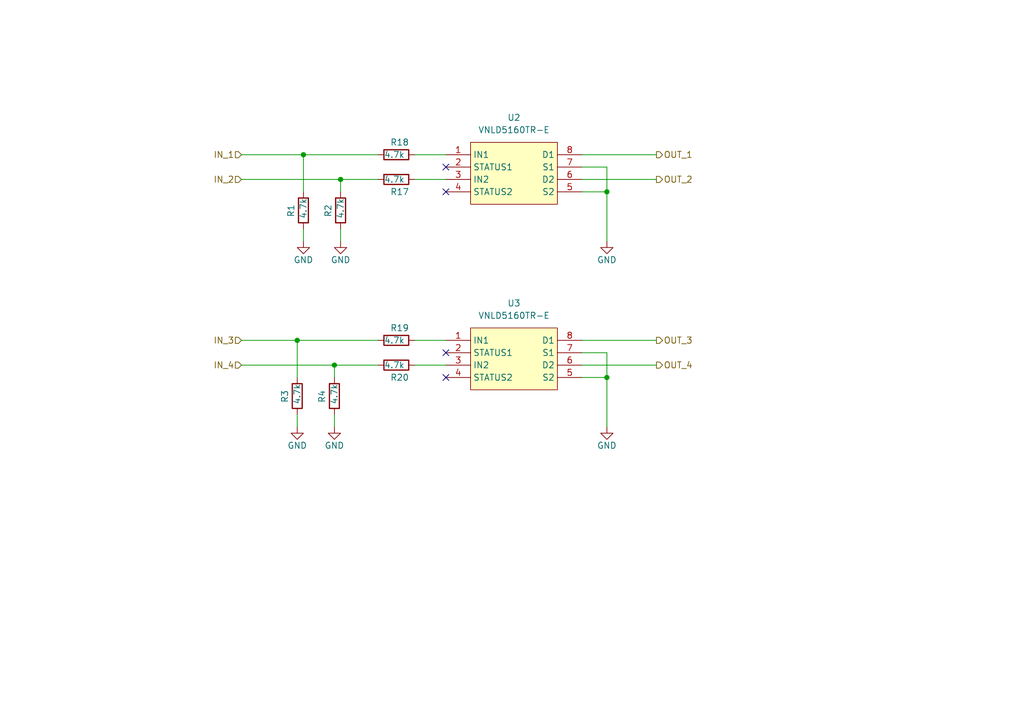
<source format=kicad_sch>
(kicad_sch (version 20230121) (generator eeschema)
  (paper "A5")
  (lib_symbols
    (symbol "Device:R" (pin_numbers hide) (pin_names (offset 0))
      (property "Reference" "R" (at 2.032 0 90))
      (property "Value" "R" (at 0 0 90))
      (symbol "R_0_1"
        (rectangle (start -1.016 -2.54) (end 1.016 2.54) (stroke (width 0.254)))
      )
      (symbol "R_1_1"
        (pin passive line (at 0 3.81 270) (length 1.27) (name "~") (number "1"))
        (pin passive line (at 0 -3.81 90) (length 1.27) (name "~") (number "2"))
      )
    )
    (symbol "chips:VNLD5160"
      (property "Reference" "U" (at 6.35 3.81 0))
      (property "Value" "VNLD5160TR-E" (at 12.7 -11.43 0))
      (symbol "VNLD5160_1_1"
        (rectangle (start 5.08 2.54) (end 22.86 -10.16) (fill (type background)))
        (pin input line (at 0 0 0) (length 5.08) (name "IN1") (number "1"))
        (pin open_collector line (at 0 -2.54 0) (length 5.08) (name "STATUS1") (number "2"))
        (pin input line (at 0 -5.08 0) (length 5.08) (name "IN2") (number "3"))
        (pin open_collector line (at 0 -7.62 0) (length 5.08) (name "STATUS2") (number "4"))
        (pin power_in line (at 27.94 -7.62 180) (length 5.08) (name "S2") (number "5"))
        (pin power_out line (at 27.94 -5.08 180) (length 5.08) (name "D2") (number "6"))
        (pin power_in line (at 27.94 -2.54 180) (length 5.08) (name "S1") (number "7"))
        (pin power_out line (at 27.94 0 180) (length 5.08) (name "D1") (number "8"))
      )
    )
    (symbol "power:GND" (power) (pin_names (offset 0))
      (property "Value" "GND" (at 0 -3.81 0))
      (symbol "GND_0_1"
        (polyline (pts (xy 0 0) (xy 0 -1.27) (xy 1.27 -1.27) (xy 0 -2.54) (xy -1.27 -1.27) (xy 0 -1.27)))
      )
      (symbol "GND_1_1"
        (pin power_in line (at 0 0 270) (length 0) hide (name "GND") (number "1"))
      )
    )
  )
  (junction (at 60.96 69.85))
  (junction (at 124.46 77.47))
  (junction (at 124.46 39.37))
  (junction (at 68.58 74.93))
  (junction (at 62.23 31.75))
  (junction (at 69.85 36.83))
  (no_connect (at 91.44 72.39))
  (no_connect (at 91.44 39.37))
  (no_connect (at 91.44 77.47))
  (no_connect (at 91.44 34.29))
  (wire (pts (xy 60.96 85.09) (xy 60.96 87.63)))
  (wire (pts (xy 119.38 36.83) (xy 134.62 36.83)))
  (wire (pts (xy 69.85 36.83) (xy 69.85 39.37)))
  (wire (pts (xy 119.38 69.85) (xy 134.62 69.85)))
  (wire (pts (xy 85.09 74.93) (xy 91.44 74.93)))
  (wire (pts (xy 60.96 69.85) (xy 77.47 69.85)))
  (wire (pts (xy 119.38 74.93) (xy 134.62 74.93)))
  (wire (pts (xy 85.09 36.83) (xy 91.44 36.83)))
  (wire (pts (xy 119.38 72.39) (xy 124.46 72.39)))
  (wire (pts (xy 119.38 77.47) (xy 124.46 77.47)))
  (wire (pts (xy 69.85 46.99) (xy 69.85 49.53)))
  (wire (pts (xy 62.23 31.75) (xy 77.47 31.75)))
  (wire (pts (xy 68.58 74.93) (xy 77.47 74.93)))
  (wire (pts (xy 62.23 31.75) (xy 62.23 39.37)))
  (wire (pts (xy 124.46 39.37) (xy 124.46 49.53)))
  (wire (pts (xy 62.23 46.99) (xy 62.23 49.53)))
  (wire (pts (xy 124.46 72.39) (xy 124.46 77.47)))
  (wire (pts (xy 60.96 69.85) (xy 60.96 77.47)))
  (wire (pts (xy 49.53 36.83) (xy 69.85 36.83)))
  (wire (pts (xy 119.38 31.75) (xy 134.62 31.75)))
  (wire (pts (xy 119.38 34.29) (xy 124.46 34.29)))
  (wire (pts (xy 124.46 34.29) (xy 124.46 39.37)))
  (wire (pts (xy 85.09 69.85) (xy 91.44 69.85)))
  (wire (pts (xy 85.09 31.75) (xy 91.44 31.75)))
  (wire (pts (xy 119.38 39.37) (xy 124.46 39.37)))
  (wire (pts (xy 68.58 74.93) (xy 68.58 77.47)))
  (wire (pts (xy 49.53 69.85) (xy 60.96 69.85)))
  (wire (pts (xy 68.58 85.09) (xy 68.58 87.63)))
  (wire (pts (xy 69.85 36.83) (xy 77.47 36.83)))
  (wire (pts (xy 49.53 31.75) (xy 62.23 31.75)))
  (wire (pts (xy 124.46 77.47) (xy 124.46 87.63)))
  (wire (pts (xy 49.53 74.93) (xy 68.58 74.93)))
  (hierarchical_label "OUT_2" (shape output) (at 134.62 36.83 0))
  (hierarchical_label "OUT_1" (shape output) (at 134.62 31.75 0))
  (hierarchical_label "OUT_3" (shape output) (at 134.62 69.85 0))
  (hierarchical_label "IN_2" (shape input) (at 49.53 36.83 180))
  (hierarchical_label "IN_3" (shape input) (at 49.53 69.85 180))
  (hierarchical_label "IN_1" (shape input) (at 49.53 31.75 180))
  (hierarchical_label "OUT_4" (shape output) (at 134.62 74.93 0))
  (hierarchical_label "IN_4" (shape input) (at 49.53 74.93 180))
  (symbol (lib_id "Device:R") (at 62.23 43.18 180) (unit 1)
    (property "Reference" "R1" (at 59.69 41.91 90) (effects (justify left)))
    (property "Value" "4.7k" (at 62.23 40.64 90) (effects (justify left)))
    (property "Footprint" "Hellen:R0603" (effects hide))
    (property "LCSC" "C23162" (effects hide))
  )
  (symbol (lib_id "power:GND") (at 68.58 87.63 0) (unit 1)
    (property "Reference" "#PWR05" (effects hide))
    (property "Value" "GND" (at 68.58 91.44 0))
  )
  (symbol (lib_id "chips:VNLD5160") (at 91.44 69.85 0) (unit 1)
    (property "Reference" "U3" (at 105.41 62.23 0))
    (property "Value" "VNLD5160TR-E" (at 105.41 64.77 0))
    (property "Footprint" "Package_SO:SOIC-8_3.9x4.9mm_P1.27mm" (effects hide))
    (property "LCSC" "C377942" (effects hide))
  )
  (symbol (lib_id "power:GND") (at 124.46 87.63 0) (unit 1)
    (property "Reference" "#PWR06" (effects hide))
    (property "Value" "GND" (at 124.46 91.44 0))
  )
  (symbol (lib_id "Device:R") (at 81.28 31.75 270) (unit 1)
    (property "Reference" "R18" (at 80.01 29.21 90) (effects (justify left)))
    (property "Value" "4.7k" (at 78.74 31.75 90) (effects (justify left)))
    (property "Footprint" "Hellen:R0603" (effects hide))
    (property "LCSC" "C23162" (effects hide))
  )
  (symbol (lib_id "Device:R") (at 81.28 69.85 270) (unit 1)
    (property "Reference" "R19" (at 80.01 67.31 90) (effects (justify left)))
    (property "Value" "4.7k" (at 78.74 69.85 90) (effects (justify left)))
    (property "Footprint" "Hellen:R0603" (effects hide))
    (property "LCSC" "C23162" (effects hide))
  )
  (symbol (lib_id "power:GND") (at 124.46 49.53 0) (unit 1)
    (property "Reference" "#PWR03" (effects hide))
    (property "Value" "GND" (at 124.46 53.34 0))
  )
  (symbol (lib_id "Device:R") (at 81.28 36.83 270) (unit 1)
    (property "Reference" "R17" (at 80.01 39.37 90) (effects (justify left)))
    (property "Value" "4.7k" (at 78.74 36.83 90) (effects (justify left)))
    (property "Footprint" "Hellen:R0603" (effects hide))
    (property "LCSC" "C23162" (effects hide))
  )
  (symbol (lib_id "Device:R") (at 69.85 43.18 180) (unit 1)
    (property "Reference" "R2" (at 67.31 41.91 90) (effects (justify left)))
    (property "Value" "4.7k" (at 69.85 40.64 90) (effects (justify left)))
    (property "Footprint" "Hellen:R0603" (effects hide))
    (property "LCSC" "C23162" (effects hide))
  )
  (symbol (lib_id "Device:R") (at 81.28 74.93 270) (unit 1)
    (property "Reference" "R20" (at 80.01 77.47 90) (effects (justify left)))
    (property "Value" "4.7k" (at 78.74 74.93 90) (effects (justify left)))
    (property "Footprint" "Hellen:R0603" (effects hide))
    (property "LCSC" "C23162" (effects hide))
  )
  (symbol (lib_id "chips:VNLD5160") (at 91.44 31.75 0) (unit 1)
    (property "Reference" "U2" (at 105.41 24.13 0))
    (property "Value" "VNLD5160TR-E" (at 105.41 26.67 0))
    (property "Footprint" "Package_SO:SOIC-8_3.9x4.9mm_P1.27mm" (effects hide))
    (property "LCSC" "C377942" (effects hide))
  )
  (symbol (lib_id "Device:R") (at 68.58 81.28 180) (unit 1)
    (property "Reference" "R4" (at 66.04 80.01 90) (effects (justify left)))
    (property "Value" "4.7k" (at 68.58 78.74 90) (effects (justify left)))
    (property "Footprint" "Hellen:R0603" (effects hide))
    (property "LCSC" "C23162" (effects hide))
  )
  (symbol (lib_id "power:GND") (at 60.96 87.63 0) (unit 1)
    (property "Reference" "#PWR04" (effects hide))
    (property "Value" "GND" (at 60.96 91.44 0))
  )
  (symbol (lib_id "Device:R") (at 60.96 81.28 180) (unit 1)
    (property "Reference" "R3" (at 58.42 80.01 90) (effects (justify left)))
    (property "Value" "4.7k" (at 60.96 78.74 90) (effects (justify left)))
    (property "Footprint" "Hellen:R0603" (effects hide))
    (property "LCSC" "C23162" (effects hide))
  )
  (symbol (lib_id "power:GND") (at 62.23 49.53 0) (unit 1)
    (property "Reference" "#PWR01" (effects hide))
    (property "Value" "GND" (at 62.23 53.34 0))
  )
  (symbol (lib_id "power:GND") (at 69.85 49.53 0) (unit 1)
    (property "Reference" "#PWR02" (effects hide))
    (property "Value" "GND" (at 69.85 53.34 0))
  )
)
</source>
